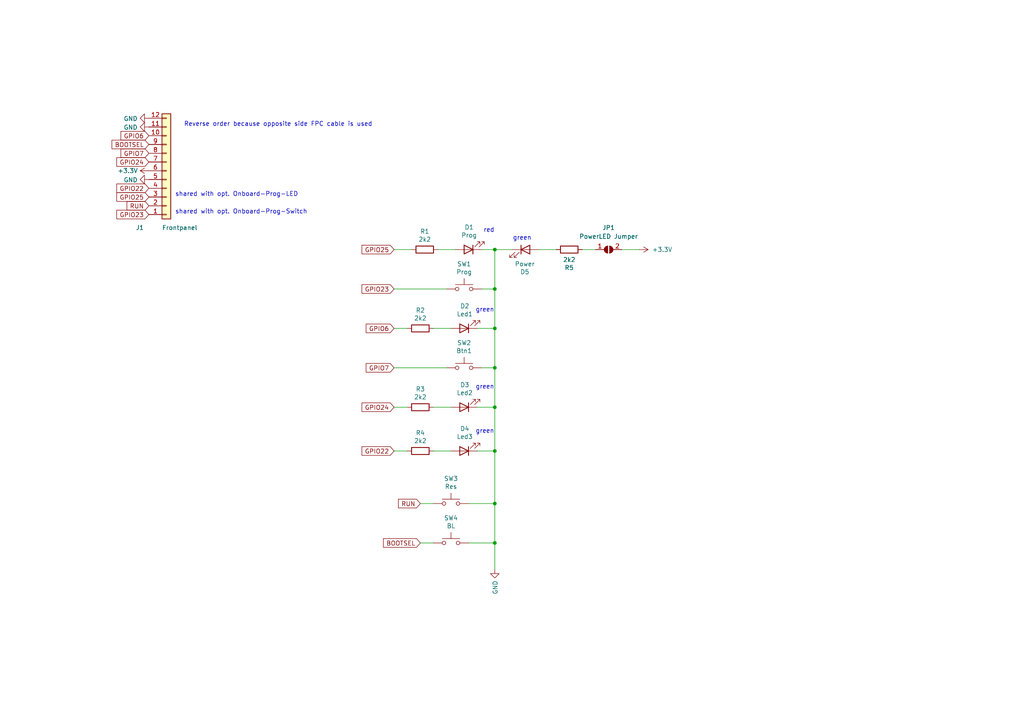
<source format=kicad_sch>
(kicad_sch (version 20231120) (generator "eeschema") (generator_version "8.0")
  (paper "A4")
  (title_block (title "REG1-Front-Universal") (date "2025-01-09") (rev "V01.01") (company "OpenKNX") (comment 1 "by Ing-Dom <dom@ing-dom.de>") (comment 2 "OpenKNX Open Hardware under CC BY-NC-SA 4.0") (comment 3 "Frontpanel-PCB for REG1-devices with 4 LED and 2 Buttons") (comment 4 "https://OpenKNX.de"))
  (lib_symbols
    (symbol "Connector_Generic:Conn_01x12" (pin_names (offset 1.016) hide)
      (property "Reference" "J" (at 0 15.24 0))
      (property "Value" "Conn_01x12" (at 0 -17.78 0))
      (symbol "Conn_01x12_1_1"
        (rectangle (start -1.27 -15.113) (end 0 -15.367) (stroke (width 0.1524)))
        (rectangle (start -1.27 -12.573) (end 0 -12.827) (stroke (width 0.1524)))
        (rectangle (start -1.27 -10.033) (end 0 -10.287) (stroke (width 0.1524)))
        (rectangle (start -1.27 -7.493) (end 0 -7.747) (stroke (width 0.1524)))
        (rectangle (start -1.27 -4.953) (end 0 -5.207) (stroke (width 0.1524)))
        (rectangle (start -1.27 -2.413) (end 0 -2.667) (stroke (width 0.1524)))
        (rectangle (start -1.27 0.127) (end 0 -0.127) (stroke (width 0.1524)))
        (rectangle (start -1.27 2.667) (end 0 2.413) (stroke (width 0.1524)))
        (rectangle (start -1.27 5.207) (end 0 4.953) (stroke (width 0.1524)))
        (rectangle (start -1.27 7.747) (end 0 7.493) (stroke (width 0.1524)))
        (rectangle (start -1.27 10.287) (end 0 10.033) (stroke (width 0.1524)))
        (rectangle (start -1.27 12.827) (end 0 12.573) (stroke (width 0.1524)))
        (rectangle (start -1.27 13.97) (end 1.27 -16.51) (stroke (width 0.254)) (fill (type background)))
        (pin passive line (at -5.08 12.7 0) (length 3.81) (name "Pin_1") (number "1"))
        (pin passive line (at -5.08 -10.16 0) (length 3.81) (name "Pin_10") (number "10"))
        (pin passive line (at -5.08 -12.7 0) (length 3.81) (name "Pin_11") (number "11"))
        (pin passive line (at -5.08 -15.24 0) (length 3.81) (name "Pin_12") (number "12"))
        (pin passive line (at -5.08 10.16 0) (length 3.81) (name "Pin_2") (number "2"))
        (pin passive line (at -5.08 7.62 0) (length 3.81) (name "Pin_3") (number "3"))
        (pin passive line (at -5.08 5.08 0) (length 3.81) (name "Pin_4") (number "4"))
        (pin passive line (at -5.08 2.54 0) (length 3.81) (name "Pin_5") (number "5"))
        (pin passive line (at -5.08 0 0) (length 3.81) (name "Pin_6") (number "6"))
        (pin passive line (at -5.08 -2.54 0) (length 3.81) (name "Pin_7") (number "7"))
        (pin passive line (at -5.08 -5.08 0) (length 3.81) (name "Pin_8") (number "8"))
        (pin passive line (at -5.08 -7.62 0) (length 3.81) (name "Pin_9") (number "9"))
      )
    )
    (symbol "Device:LED" (pin_numbers hide) (pin_names (offset 1.016) hide)
      (property "Reference" "D" (at 0 2.54 0))
      (property "Value" "LED" (at 0 -2.54 0))
      (symbol "LED_0_1"
        (polyline (pts (xy -1.27 -1.27) (xy -1.27 1.27)) (stroke (width 0.254)))
        (polyline (pts (xy -1.27 0) (xy 1.27 0)))
        (polyline (pts (xy 1.27 -1.27) (xy 1.27 1.27) (xy -1.27 0) (xy 1.27 -1.27)) (stroke (width 0.254)))
        (polyline (pts (xy -3.048 -0.762) (xy -4.572 -2.286) (xy -3.81 -2.286) (xy -4.572 -2.286) (xy -4.572 -1.524)))
        (polyline (pts (xy -1.778 -0.762) (xy -3.302 -2.286) (xy -2.54 -2.286) (xy -3.302 -2.286) (xy -3.302 -1.524)))
      )
      (symbol "LED_1_1"
        (pin passive line (at -3.81 0 0) (length 2.54) (name "K") (number "1"))
        (pin passive line (at 3.81 0 180) (length 2.54) (name "A") (number "2"))
      )
    )
    (symbol "Device:R" (pin_numbers hide) (pin_names (offset 0))
      (property "Reference" "R" (at 2.032 0 90))
      (property "Value" "R" (at 0 0 90))
      (symbol "R_0_1"
        (rectangle (start -1.016 -2.54) (end 1.016 2.54) (stroke (width 0.254)))
      )
      (symbol "R_1_1"
        (pin passive line (at 0 3.81 270) (length 1.27) (name "~") (number "1"))
        (pin passive line (at 0 -3.81 90) (length 1.27) (name "~") (number "2"))
      )
    )
    (symbol "Jumper:SolderJumper_2_Open" (pin_names (offset 0) hide)
      (property "Reference" "JP" (at 0 2.032 0))
      (property "Value" "SolderJumper_2_Open" (at 0 -2.54 0))
      (symbol "SolderJumper_2_Open_0_1"
        (arc (start -0.254 1.016) (mid -1.2656 0) (end -0.254 -1.016))
        (arc (start -0.254 1.016) (mid -1.2656 0) (end -0.254 -1.016) (fill (type outline)))
        (polyline (pts (xy -0.254 1.016) (xy -0.254 -1.016)))
        (polyline (pts (xy 0.254 1.016) (xy 0.254 -1.016)))
        (arc (start 0.254 -1.016) (mid 1.2656 0) (end 0.254 1.016))
        (arc (start 0.254 -1.016) (mid 1.2656 0) (end 0.254 1.016) (fill (type outline)))
      )
      (symbol "SolderJumper_2_Open_1_1"
        (pin passive line (at -3.81 0 0) (length 2.54) (name "A") (number "1"))
        (pin passive line (at 3.81 0 180) (length 2.54) (name "B") (number "2"))
      )
    )
    (symbol "Switch:SW_Push" (pin_numbers hide) (pin_names (offset 1.016) hide)
      (property "Reference" "SW" (at 1.27 2.54 0))
      (property "Value" "SW_Push" (at 0 -1.524 0))
      (symbol "SW_Push_0_1"
        (circle (center -2.032 0) (radius 0.508))
        (polyline (pts (xy 0 1.27) (xy 0 3.048)))
        (polyline (pts (xy 2.54 1.27) (xy -2.54 1.27)))
        (circle (center 2.032 0) (radius 0.508))
        (pin passive line (at -5.08 0 0) (length 2.54) (name "1") (number "1"))
        (pin passive line (at 5.08 0 180) (length 2.54) (name "2") (number "2"))
      )
    )
    (symbol "power:+3.3V" (power) (pin_names (offset 0))
      (property "Value" "+3.3V" (at 0 3.556 0))
      (symbol "+3.3V_0_1"
        (polyline (pts (xy -0.762 1.27) (xy 0 2.54)))
        (polyline (pts (xy 0 0) (xy 0 2.54)))
        (polyline (pts (xy 0 2.54) (xy 0.762 1.27)))
      )
      (symbol "+3.3V_1_1"
        (pin power_in line (at 0 0 90) (length 0) hide (name "+3.3V") (number "1"))
      )
    )
    (symbol "power:GND" (power) (pin_names (offset 0))
      (property "Value" "GND" (at 0 -3.81 0))
      (symbol "GND_0_1"
        (polyline (pts (xy 0 0) (xy 0 -1.27) (xy 1.27 -1.27) (xy 0 -2.54) (xy -1.27 -1.27) (xy 0 -1.27)))
      )
      (symbol "GND_1_1"
        (pin power_in line (at 0 0 270) (length 0) hide (name "GND") (number "1"))
      )
    )
  )
  (junction (at 143.51 83.82))
  (junction (at 143.51 106.68))
  (junction (at 143.51 130.81))
  (junction (at 143.51 146.05))
  (junction (at 143.51 95.25))
  (junction (at 143.51 157.48))
  (junction (at 143.51 72.39))
  (junction (at 143.51 118.11))
  (wire (pts (xy 139.7 72.39) (xy 143.51 72.39)))
  (wire (pts (xy 125.73 118.11) (xy 130.81 118.11)))
  (wire (pts (xy 125.73 157.48) (xy 121.92 157.48)))
  (wire (pts (xy 139.7 83.82) (xy 143.51 83.82)))
  (wire (pts (xy 172.72 72.39) (xy 168.91 72.39)))
  (wire (pts (xy 143.51 83.82) (xy 143.51 95.25)))
  (wire (pts (xy 119.38 72.39) (xy 114.3 72.39)))
  (wire (pts (xy 143.51 165.1) (xy 143.51 157.48)))
  (wire (pts (xy 148.59 72.39) (xy 143.51 72.39)))
  (wire (pts (xy 143.51 95.25) (xy 143.51 106.68)))
  (wire (pts (xy 138.43 118.11) (xy 143.51 118.11)))
  (wire (pts (xy 114.3 83.82) (xy 129.54 83.82)))
  (wire (pts (xy 180.34 72.39) (xy 185.42 72.39)))
  (wire (pts (xy 114.3 130.81) (xy 118.11 130.81)))
  (wire (pts (xy 135.89 146.05) (xy 143.51 146.05)))
  (wire (pts (xy 143.51 130.81) (xy 143.51 146.05)))
  (wire (pts (xy 121.92 146.05) (xy 125.73 146.05)))
  (wire (pts (xy 132.08 72.39) (xy 127 72.39)))
  (wire (pts (xy 114.3 118.11) (xy 118.11 118.11)))
  (wire (pts (xy 143.51 157.48) (xy 143.51 146.05)))
  (wire (pts (xy 143.51 106.68) (xy 143.51 118.11)))
  (wire (pts (xy 135.89 157.48) (xy 143.51 157.48)))
  (wire (pts (xy 114.3 95.25) (xy 118.11 95.25)))
  (wire (pts (xy 139.7 106.68) (xy 143.51 106.68)))
  (wire (pts (xy 138.43 95.25) (xy 143.51 95.25)))
  (wire (pts (xy 143.51 72.39) (xy 143.51 83.82)))
  (wire (pts (xy 114.3 106.68) (xy 129.54 106.68)))
  (wire (pts (xy 125.73 95.25) (xy 130.81 95.25)))
  (wire (pts (xy 143.51 118.11) (xy 143.51 130.81)))
  (wire (pts (xy 161.29 72.39) (xy 156.21 72.39)))
  (wire (pts (xy 125.73 130.81) (xy 130.81 130.81)))
  (wire (pts (xy 138.43 130.81) (xy 143.51 130.81)))
  (text "green" (at 137.922 90.678 0) (effects (font (size 1.27 1.27)) (justify left bottom)))
  (text "green" (at 137.922 113.03 0) (effects (font (size 1.27 1.27)) (justify left bottom)))
  (text "green" (at 137.922 125.857 0) (effects (font (size 1.27 1.27)) (justify left bottom)))
  (text "red" (at 140.208 67.564 0) (effects (font (size 1.27 1.27)) (justify left bottom)))
  (text "green" (at 154.178 69.85 0) (effects (font (size 1.27 1.27)) (justify right bottom)))
  (text "Reverse order because opposite side FPC cable is used" (at 53.34 36.83 0) (effects (font (size 1.27 1.27)) (justify left bottom)))
  (text "shared with opt. Onboard-Prog-Switch" (at 50.8 62.23 0) (effects (font (size 1.27 1.27)) (justify left bottom)))
  (text "shared with opt. Onboard-Prog-LED" (at 50.8 57.15 0) (effects (font (size 1.27 1.27)) (justify left bottom)))
  (global_label "BOOTSEL" (shape input) (at 43.18 41.91 180) (property "Intersheetrefs" "${INTERSHEET_REFS}" (effects (hide yes))))
  (global_label "GPIO25" (shape input) (at 114.3 72.39 180) (property "Intersheetrefs" "${INTERSHEET_REFS}" (effects (hide yes))))
  (global_label "RUN" (shape input) (at 43.18 59.69 180) (property "Intersheetrefs" "${INTERSHEET_REFS}" (effects (hide yes))))
  (global_label "BOOTSEL" (shape input) (at 121.92 157.48 180) (property "Intersheetrefs" "${INTERSHEET_REFS}" (effects (hide yes))))
  (global_label "GPIO24" (shape input) (at 43.18 46.99 180) (property "Intersheetrefs" "${INTERSHEET_REFS}" (effects (hide yes))))
  (global_label "RUN" (shape input) (at 121.92 146.05 180) (property "Intersheetrefs" "${INTERSHEET_REFS}" (effects (hide yes))))
  (global_label "GPIO6" (shape input) (at 114.3 95.25 180) (property "Intersheetrefs" "${INTERSHEET_REFS}" (effects (hide yes))))
  (global_label "GPIO7" (shape input) (at 43.18 44.45 180) (property "Intersheetrefs" "${INTERSHEET_REFS}" (effects (hide yes))))
  (global_label "GPIO6" (shape input) (at 43.18 39.37 180) (property "Intersheetrefs" "${INTERSHEET_REFS}" (effects (hide yes))))
  (global_label "GPIO23" (shape input) (at 43.18 62.23 180) (property "Intersheetrefs" "${INTERSHEET_REFS}" (effects (hide yes))))
  (global_label "GPIO7" (shape input) (at 114.3 106.68 180) (property "Intersheetrefs" "${INTERSHEET_REFS}" (effects (hide yes))))
  (global_label "GPIO24" (shape input) (at 114.3 118.11 180) (property "Intersheetrefs" "${INTERSHEET_REFS}" (effects (hide yes))))
  (global_label "GPIO23" (shape input) (at 114.3 83.82 180) (property "Intersheetrefs" "${INTERSHEET_REFS}" (effects (hide yes))))
  (global_label "GPIO25" (shape input) (at 43.18 57.15 180) (property "Intersheetrefs" "${INTERSHEET_REFS}" (effects (hide yes))))
  (global_label "GPIO22" (shape input) (at 114.3 130.81 180) (property "Intersheetrefs" "${INTERSHEET_REFS}" (effects (hide yes))))
  (global_label "GPIO22" (shape input) (at 43.18 54.61 180) (property "Intersheetrefs" "${INTERSHEET_REFS}" (effects (hide yes))))
  (symbol (lib_id "Switch:SW_Push") (at 134.62 83.82 0) (unit 1)
    (property "Reference" "SW1" (at 134.62 76.581 0))
    (property "Value" "Prog" (at 134.62 78.8924 0))
    (property "Footprint" "EasyEDAModLib:C455282_SW-SMD_4P-L4.2-W3.3-P2.15-LS5.1" (effects (hide yes)))
  )
  (symbol (lib_id "Device:LED") (at 135.89 72.39 180) (unit 1)
    (property "Reference" "D1" (at 136.0678 65.913 0))
    (property "Value" "Prog" (at 136.0678 68.2244 0))
    (property "Footprint" "LED_SMD:LED_0603_1608Metric" (effects (hide yes)))
  )
  (symbol (lib_id "Switch:SW_Push") (at 130.81 146.05 0) (unit 1)
    (property "Reference" "SW3" (at 130.81 138.811 0))
    (property "Value" "Res" (at 130.81 141.1224 0))
    (property "Footprint" "EasyEDAModLib:C455282_SW-SMD_4P-L4.2-W3.3-P2.15-LS5.1" (effects (hide yes)))
  )
  (symbol (lib_id "Switch:SW_Push") (at 130.81 157.48 0) (unit 1)
    (property "Reference" "SW4" (at 130.81 150.241 0))
    (property "Value" "BL" (at 130.81 152.5524 0))
    (property "Footprint" "EasyEDAModLib:C455282_SW-SMD_4P-L4.2-W3.3-P2.15-LS5.1" (effects (hide yes)))
  )
  (symbol (lib_id "Switch:SW_Push") (at 134.62 106.68 0) (unit 1)
    (property "Reference" "SW2" (at 134.62 99.441 0))
    (property "Value" "Btn1" (at 134.62 101.7524 0))
    (property "Footprint" "EasyEDAModLib:C455282_SW-SMD_4P-L4.2-W3.3-P2.15-LS5.1" (effects (hide yes)))
  )
  (symbol (lib_id "Device:LED") (at 134.62 95.25 180) (unit 1)
    (property "Reference" "D2" (at 134.7978 88.773 0))
    (property "Value" "Led1" (at 134.7978 91.0844 0))
    (property "Footprint" "LED_SMD:LED_0603_1608Metric" (effects (hide yes)))
  )
  (symbol (lib_id "Device:R") (at 121.92 95.25 270) (unit 1)
    (property "Reference" "R2" (at 121.92 89.9922 90))
    (property "Value" "2k2" (at 121.92 92.3036 90))
    (property "Footprint" "Resistor_SMD:R_0402_1005Metric" (effects (hide yes)))
  )
  (symbol (lib_id "power:GND") (at 143.51 165.1 0) (unit 1)
    (property "Reference" "#PWR0103" (effects (hide yes)))
    (property "Value" "GND" (at 143.637 168.3512 90) (effects (justify right)))
  )
  (symbol (lib_id "Device:R") (at 123.19 72.39 270) (unit 1)
    (property "Reference" "R1" (at 123.19 67.1322 90))
    (property "Value" "2k2" (at 123.19 69.4436 90))
    (property "Footprint" "Resistor_SMD:R_0402_1005Metric" (effects (hide yes)))
  )
  (symbol (lib_id "Jumper:SolderJumper_2_Open") (at 176.53 72.39 0) (unit 1) (in_bom no)
    (property "Reference" "JP1" (at 176.53 66.04 0))
    (property "Value" "PowerLED Jumper" (at 176.53 68.58 0))
    (property "Footprint" "Jumper:SolderJumper-2_P1.3mm_Open_RoundedPad1.0x1.5mm" (effects (hide yes)))
  )
  (symbol (lib_id "power:+3.3V") (at 43.18 49.53 90) (unit 1)
    (property "Reference" "#PWR05" (effects (hide yes)))
    (property "Value" "+3.3V" (at 40.005 49.53 90) (effects (justify left)))
  )
  (symbol (lib_id "power:GND") (at 43.18 36.83 270) (unit 1)
    (property "Reference" "#PWR03" (effects (hide yes)))
    (property "Value" "GND" (at 39.9288 36.957 90) (effects (justify right)))
  )
  (symbol (lib_id "Device:R") (at 165.1 72.39 90) (unit 1)
    (property "Reference" "R5" (at 165.1 77.6478 90))
    (property "Value" "2k2" (at 165.1 75.3364 90))
    (property "Footprint" "Resistor_SMD:R_0402_1005Metric" (effects (hide yes)))
  )
  (symbol (lib_id "power:GND") (at 43.18 52.07 270) (unit 1)
    (property "Reference" "#PWR02" (effects (hide yes)))
    (property "Value" "GND" (at 39.9288 52.197 90) (effects (justify right)))
  )
  (symbol (lib_id "power:+3.3V") (at 185.42 72.39 270) (unit 1)
    (property "Reference" "#PWR01" (effects (hide yes)))
    (property "Value" "+3.3V" (at 189.103 72.39 90) (effects (justify left)))
  )
  (symbol (lib_id "Device:R") (at 121.92 130.81 270) (unit 1)
    (property "Reference" "R4" (at 121.92 125.5522 90))
    (property "Value" "2k2" (at 121.92 127.8636 90))
    (property "Footprint" "Resistor_SMD:R_0402_1005Metric" (effects (hide yes)))
  )
  (symbol (lib_id "Device:R") (at 121.92 118.11 270) (unit 1)
    (property "Reference" "R3" (at 121.92 112.8522 90))
    (property "Value" "2k2" (at 121.92 115.1636 90))
    (property "Footprint" "Resistor_SMD:R_0402_1005Metric" (effects (hide yes)))
  )
  (symbol (lib_id "power:GND") (at 43.18 34.29 270) (unit 1)
    (property "Reference" "#PWR04" (effects (hide yes)))
    (property "Value" "GND" (at 39.9288 34.417 90) (effects (justify right)))
  )
  (symbol (lib_id "Connector_Generic:Conn_01x12") (at 48.26 49.53 0) (mirror x) (unit 1)
    (property "Reference" "J1" (at 39.37 66.04 0) (effects (justify left)))
    (property "Value" "Frontpanel" (at 46.99 66.04 0) (effects (justify left)))
    (property "Footprint" "EasyEDAModLib:C11050_FPC-SMD_P0.5-10P_LSXJ-H2.0-10P" (effects (hide yes)))
  )
  (symbol (lib_id "Device:LED") (at 152.4 72.39 0) (unit 1)
    (property "Reference" "D5" (at 152.2222 78.867 0))
    (property "Value" "Power" (at 152.2222 76.5556 0))
    (property "Footprint" "LED_SMD:LED_0603_1608Metric" (effects (hide yes)))
  )
  (symbol (lib_id "Device:LED") (at 134.62 130.81 180) (unit 1)
    (property "Reference" "D4" (at 134.7978 124.333 0))
    (property "Value" "Led3" (at 134.7978 126.6444 0))
    (property "Footprint" "LED_SMD:LED_0603_1608Metric" (effects (hide yes)))
  )
  (symbol (lib_id "Device:LED") (at 134.62 118.11 180) (unit 1)
    (property "Reference" "D3" (at 134.7978 111.633 0))
    (property "Value" "Led2" (at 134.7978 113.9444 0))
    (property "Footprint" "LED_SMD:LED_0603_1608Metric" (effects (hide yes)))
  )
)
</source>
